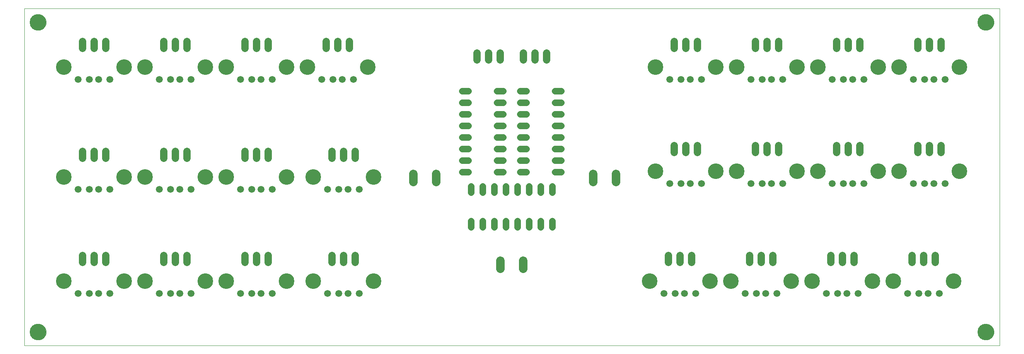
<source format=gbs>
G75*
%MOIN*%
%OFA0B0*%
%FSLAX25Y25*%
%IPPOS*%
%LPD*%
%AMOC8*
5,1,8,0,0,1.08239X$1,22.5*
%
%ADD10C,0.00000*%
%ADD11C,0.14180*%
%ADD12C,0.05600*%
%ADD13C,0.06400*%
%ADD14C,0.13455*%
%ADD15C,0.05943*%
%ADD16C,0.07450*%
%ADD17C,0.06337*%
D10*
X0001000Y0001000D02*
X0001000Y0292339D01*
X0841551Y0292339D01*
X0841551Y0001000D01*
X0001000Y0001000D01*
X0005921Y0012811D02*
X0005923Y0012980D01*
X0005929Y0013149D01*
X0005940Y0013318D01*
X0005954Y0013486D01*
X0005973Y0013654D01*
X0005996Y0013822D01*
X0006022Y0013989D01*
X0006053Y0014155D01*
X0006088Y0014321D01*
X0006127Y0014485D01*
X0006171Y0014649D01*
X0006218Y0014811D01*
X0006269Y0014972D01*
X0006324Y0015132D01*
X0006383Y0015291D01*
X0006445Y0015448D01*
X0006512Y0015603D01*
X0006583Y0015757D01*
X0006657Y0015909D01*
X0006735Y0016059D01*
X0006816Y0016207D01*
X0006901Y0016353D01*
X0006990Y0016497D01*
X0007082Y0016639D01*
X0007178Y0016778D01*
X0007277Y0016915D01*
X0007379Y0017050D01*
X0007485Y0017182D01*
X0007594Y0017311D01*
X0007706Y0017438D01*
X0007821Y0017562D01*
X0007939Y0017683D01*
X0008060Y0017801D01*
X0008184Y0017916D01*
X0008311Y0018028D01*
X0008440Y0018137D01*
X0008572Y0018243D01*
X0008707Y0018345D01*
X0008844Y0018444D01*
X0008983Y0018540D01*
X0009125Y0018632D01*
X0009269Y0018721D01*
X0009415Y0018806D01*
X0009563Y0018887D01*
X0009713Y0018965D01*
X0009865Y0019039D01*
X0010019Y0019110D01*
X0010174Y0019177D01*
X0010331Y0019239D01*
X0010490Y0019298D01*
X0010650Y0019353D01*
X0010811Y0019404D01*
X0010973Y0019451D01*
X0011137Y0019495D01*
X0011301Y0019534D01*
X0011467Y0019569D01*
X0011633Y0019600D01*
X0011800Y0019626D01*
X0011968Y0019649D01*
X0012136Y0019668D01*
X0012304Y0019682D01*
X0012473Y0019693D01*
X0012642Y0019699D01*
X0012811Y0019701D01*
X0012980Y0019699D01*
X0013149Y0019693D01*
X0013318Y0019682D01*
X0013486Y0019668D01*
X0013654Y0019649D01*
X0013822Y0019626D01*
X0013989Y0019600D01*
X0014155Y0019569D01*
X0014321Y0019534D01*
X0014485Y0019495D01*
X0014649Y0019451D01*
X0014811Y0019404D01*
X0014972Y0019353D01*
X0015132Y0019298D01*
X0015291Y0019239D01*
X0015448Y0019177D01*
X0015603Y0019110D01*
X0015757Y0019039D01*
X0015909Y0018965D01*
X0016059Y0018887D01*
X0016207Y0018806D01*
X0016353Y0018721D01*
X0016497Y0018632D01*
X0016639Y0018540D01*
X0016778Y0018444D01*
X0016915Y0018345D01*
X0017050Y0018243D01*
X0017182Y0018137D01*
X0017311Y0018028D01*
X0017438Y0017916D01*
X0017562Y0017801D01*
X0017683Y0017683D01*
X0017801Y0017562D01*
X0017916Y0017438D01*
X0018028Y0017311D01*
X0018137Y0017182D01*
X0018243Y0017050D01*
X0018345Y0016915D01*
X0018444Y0016778D01*
X0018540Y0016639D01*
X0018632Y0016497D01*
X0018721Y0016353D01*
X0018806Y0016207D01*
X0018887Y0016059D01*
X0018965Y0015909D01*
X0019039Y0015757D01*
X0019110Y0015603D01*
X0019177Y0015448D01*
X0019239Y0015291D01*
X0019298Y0015132D01*
X0019353Y0014972D01*
X0019404Y0014811D01*
X0019451Y0014649D01*
X0019495Y0014485D01*
X0019534Y0014321D01*
X0019569Y0014155D01*
X0019600Y0013989D01*
X0019626Y0013822D01*
X0019649Y0013654D01*
X0019668Y0013486D01*
X0019682Y0013318D01*
X0019693Y0013149D01*
X0019699Y0012980D01*
X0019701Y0012811D01*
X0019699Y0012642D01*
X0019693Y0012473D01*
X0019682Y0012304D01*
X0019668Y0012136D01*
X0019649Y0011968D01*
X0019626Y0011800D01*
X0019600Y0011633D01*
X0019569Y0011467D01*
X0019534Y0011301D01*
X0019495Y0011137D01*
X0019451Y0010973D01*
X0019404Y0010811D01*
X0019353Y0010650D01*
X0019298Y0010490D01*
X0019239Y0010331D01*
X0019177Y0010174D01*
X0019110Y0010019D01*
X0019039Y0009865D01*
X0018965Y0009713D01*
X0018887Y0009563D01*
X0018806Y0009415D01*
X0018721Y0009269D01*
X0018632Y0009125D01*
X0018540Y0008983D01*
X0018444Y0008844D01*
X0018345Y0008707D01*
X0018243Y0008572D01*
X0018137Y0008440D01*
X0018028Y0008311D01*
X0017916Y0008184D01*
X0017801Y0008060D01*
X0017683Y0007939D01*
X0017562Y0007821D01*
X0017438Y0007706D01*
X0017311Y0007594D01*
X0017182Y0007485D01*
X0017050Y0007379D01*
X0016915Y0007277D01*
X0016778Y0007178D01*
X0016639Y0007082D01*
X0016497Y0006990D01*
X0016353Y0006901D01*
X0016207Y0006816D01*
X0016059Y0006735D01*
X0015909Y0006657D01*
X0015757Y0006583D01*
X0015603Y0006512D01*
X0015448Y0006445D01*
X0015291Y0006383D01*
X0015132Y0006324D01*
X0014972Y0006269D01*
X0014811Y0006218D01*
X0014649Y0006171D01*
X0014485Y0006127D01*
X0014321Y0006088D01*
X0014155Y0006053D01*
X0013989Y0006022D01*
X0013822Y0005996D01*
X0013654Y0005973D01*
X0013486Y0005954D01*
X0013318Y0005940D01*
X0013149Y0005929D01*
X0012980Y0005923D01*
X0012811Y0005921D01*
X0012642Y0005923D01*
X0012473Y0005929D01*
X0012304Y0005940D01*
X0012136Y0005954D01*
X0011968Y0005973D01*
X0011800Y0005996D01*
X0011633Y0006022D01*
X0011467Y0006053D01*
X0011301Y0006088D01*
X0011137Y0006127D01*
X0010973Y0006171D01*
X0010811Y0006218D01*
X0010650Y0006269D01*
X0010490Y0006324D01*
X0010331Y0006383D01*
X0010174Y0006445D01*
X0010019Y0006512D01*
X0009865Y0006583D01*
X0009713Y0006657D01*
X0009563Y0006735D01*
X0009415Y0006816D01*
X0009269Y0006901D01*
X0009125Y0006990D01*
X0008983Y0007082D01*
X0008844Y0007178D01*
X0008707Y0007277D01*
X0008572Y0007379D01*
X0008440Y0007485D01*
X0008311Y0007594D01*
X0008184Y0007706D01*
X0008060Y0007821D01*
X0007939Y0007939D01*
X0007821Y0008060D01*
X0007706Y0008184D01*
X0007594Y0008311D01*
X0007485Y0008440D01*
X0007379Y0008572D01*
X0007277Y0008707D01*
X0007178Y0008844D01*
X0007082Y0008983D01*
X0006990Y0009125D01*
X0006901Y0009269D01*
X0006816Y0009415D01*
X0006735Y0009563D01*
X0006657Y0009713D01*
X0006583Y0009865D01*
X0006512Y0010019D01*
X0006445Y0010174D01*
X0006383Y0010331D01*
X0006324Y0010490D01*
X0006269Y0010650D01*
X0006218Y0010811D01*
X0006171Y0010973D01*
X0006127Y0011137D01*
X0006088Y0011301D01*
X0006053Y0011467D01*
X0006022Y0011633D01*
X0005996Y0011800D01*
X0005973Y0011968D01*
X0005954Y0012136D01*
X0005940Y0012304D01*
X0005929Y0012473D01*
X0005923Y0012642D01*
X0005921Y0012811D01*
X0005921Y0280528D02*
X0005923Y0280697D01*
X0005929Y0280866D01*
X0005940Y0281035D01*
X0005954Y0281203D01*
X0005973Y0281371D01*
X0005996Y0281539D01*
X0006022Y0281706D01*
X0006053Y0281872D01*
X0006088Y0282038D01*
X0006127Y0282202D01*
X0006171Y0282366D01*
X0006218Y0282528D01*
X0006269Y0282689D01*
X0006324Y0282849D01*
X0006383Y0283008D01*
X0006445Y0283165D01*
X0006512Y0283320D01*
X0006583Y0283474D01*
X0006657Y0283626D01*
X0006735Y0283776D01*
X0006816Y0283924D01*
X0006901Y0284070D01*
X0006990Y0284214D01*
X0007082Y0284356D01*
X0007178Y0284495D01*
X0007277Y0284632D01*
X0007379Y0284767D01*
X0007485Y0284899D01*
X0007594Y0285028D01*
X0007706Y0285155D01*
X0007821Y0285279D01*
X0007939Y0285400D01*
X0008060Y0285518D01*
X0008184Y0285633D01*
X0008311Y0285745D01*
X0008440Y0285854D01*
X0008572Y0285960D01*
X0008707Y0286062D01*
X0008844Y0286161D01*
X0008983Y0286257D01*
X0009125Y0286349D01*
X0009269Y0286438D01*
X0009415Y0286523D01*
X0009563Y0286604D01*
X0009713Y0286682D01*
X0009865Y0286756D01*
X0010019Y0286827D01*
X0010174Y0286894D01*
X0010331Y0286956D01*
X0010490Y0287015D01*
X0010650Y0287070D01*
X0010811Y0287121D01*
X0010973Y0287168D01*
X0011137Y0287212D01*
X0011301Y0287251D01*
X0011467Y0287286D01*
X0011633Y0287317D01*
X0011800Y0287343D01*
X0011968Y0287366D01*
X0012136Y0287385D01*
X0012304Y0287399D01*
X0012473Y0287410D01*
X0012642Y0287416D01*
X0012811Y0287418D01*
X0012980Y0287416D01*
X0013149Y0287410D01*
X0013318Y0287399D01*
X0013486Y0287385D01*
X0013654Y0287366D01*
X0013822Y0287343D01*
X0013989Y0287317D01*
X0014155Y0287286D01*
X0014321Y0287251D01*
X0014485Y0287212D01*
X0014649Y0287168D01*
X0014811Y0287121D01*
X0014972Y0287070D01*
X0015132Y0287015D01*
X0015291Y0286956D01*
X0015448Y0286894D01*
X0015603Y0286827D01*
X0015757Y0286756D01*
X0015909Y0286682D01*
X0016059Y0286604D01*
X0016207Y0286523D01*
X0016353Y0286438D01*
X0016497Y0286349D01*
X0016639Y0286257D01*
X0016778Y0286161D01*
X0016915Y0286062D01*
X0017050Y0285960D01*
X0017182Y0285854D01*
X0017311Y0285745D01*
X0017438Y0285633D01*
X0017562Y0285518D01*
X0017683Y0285400D01*
X0017801Y0285279D01*
X0017916Y0285155D01*
X0018028Y0285028D01*
X0018137Y0284899D01*
X0018243Y0284767D01*
X0018345Y0284632D01*
X0018444Y0284495D01*
X0018540Y0284356D01*
X0018632Y0284214D01*
X0018721Y0284070D01*
X0018806Y0283924D01*
X0018887Y0283776D01*
X0018965Y0283626D01*
X0019039Y0283474D01*
X0019110Y0283320D01*
X0019177Y0283165D01*
X0019239Y0283008D01*
X0019298Y0282849D01*
X0019353Y0282689D01*
X0019404Y0282528D01*
X0019451Y0282366D01*
X0019495Y0282202D01*
X0019534Y0282038D01*
X0019569Y0281872D01*
X0019600Y0281706D01*
X0019626Y0281539D01*
X0019649Y0281371D01*
X0019668Y0281203D01*
X0019682Y0281035D01*
X0019693Y0280866D01*
X0019699Y0280697D01*
X0019701Y0280528D01*
X0019699Y0280359D01*
X0019693Y0280190D01*
X0019682Y0280021D01*
X0019668Y0279853D01*
X0019649Y0279685D01*
X0019626Y0279517D01*
X0019600Y0279350D01*
X0019569Y0279184D01*
X0019534Y0279018D01*
X0019495Y0278854D01*
X0019451Y0278690D01*
X0019404Y0278528D01*
X0019353Y0278367D01*
X0019298Y0278207D01*
X0019239Y0278048D01*
X0019177Y0277891D01*
X0019110Y0277736D01*
X0019039Y0277582D01*
X0018965Y0277430D01*
X0018887Y0277280D01*
X0018806Y0277132D01*
X0018721Y0276986D01*
X0018632Y0276842D01*
X0018540Y0276700D01*
X0018444Y0276561D01*
X0018345Y0276424D01*
X0018243Y0276289D01*
X0018137Y0276157D01*
X0018028Y0276028D01*
X0017916Y0275901D01*
X0017801Y0275777D01*
X0017683Y0275656D01*
X0017562Y0275538D01*
X0017438Y0275423D01*
X0017311Y0275311D01*
X0017182Y0275202D01*
X0017050Y0275096D01*
X0016915Y0274994D01*
X0016778Y0274895D01*
X0016639Y0274799D01*
X0016497Y0274707D01*
X0016353Y0274618D01*
X0016207Y0274533D01*
X0016059Y0274452D01*
X0015909Y0274374D01*
X0015757Y0274300D01*
X0015603Y0274229D01*
X0015448Y0274162D01*
X0015291Y0274100D01*
X0015132Y0274041D01*
X0014972Y0273986D01*
X0014811Y0273935D01*
X0014649Y0273888D01*
X0014485Y0273844D01*
X0014321Y0273805D01*
X0014155Y0273770D01*
X0013989Y0273739D01*
X0013822Y0273713D01*
X0013654Y0273690D01*
X0013486Y0273671D01*
X0013318Y0273657D01*
X0013149Y0273646D01*
X0012980Y0273640D01*
X0012811Y0273638D01*
X0012642Y0273640D01*
X0012473Y0273646D01*
X0012304Y0273657D01*
X0012136Y0273671D01*
X0011968Y0273690D01*
X0011800Y0273713D01*
X0011633Y0273739D01*
X0011467Y0273770D01*
X0011301Y0273805D01*
X0011137Y0273844D01*
X0010973Y0273888D01*
X0010811Y0273935D01*
X0010650Y0273986D01*
X0010490Y0274041D01*
X0010331Y0274100D01*
X0010174Y0274162D01*
X0010019Y0274229D01*
X0009865Y0274300D01*
X0009713Y0274374D01*
X0009563Y0274452D01*
X0009415Y0274533D01*
X0009269Y0274618D01*
X0009125Y0274707D01*
X0008983Y0274799D01*
X0008844Y0274895D01*
X0008707Y0274994D01*
X0008572Y0275096D01*
X0008440Y0275202D01*
X0008311Y0275311D01*
X0008184Y0275423D01*
X0008060Y0275538D01*
X0007939Y0275656D01*
X0007821Y0275777D01*
X0007706Y0275901D01*
X0007594Y0276028D01*
X0007485Y0276157D01*
X0007379Y0276289D01*
X0007277Y0276424D01*
X0007178Y0276561D01*
X0007082Y0276700D01*
X0006990Y0276842D01*
X0006901Y0276986D01*
X0006816Y0277132D01*
X0006735Y0277280D01*
X0006657Y0277430D01*
X0006583Y0277582D01*
X0006512Y0277736D01*
X0006445Y0277891D01*
X0006383Y0278048D01*
X0006324Y0278207D01*
X0006269Y0278367D01*
X0006218Y0278528D01*
X0006171Y0278690D01*
X0006127Y0278854D01*
X0006088Y0279018D01*
X0006053Y0279184D01*
X0006022Y0279350D01*
X0005996Y0279517D01*
X0005973Y0279685D01*
X0005954Y0279853D01*
X0005940Y0280021D01*
X0005929Y0280190D01*
X0005923Y0280359D01*
X0005921Y0280528D01*
X0822850Y0280528D02*
X0822852Y0280697D01*
X0822858Y0280866D01*
X0822869Y0281035D01*
X0822883Y0281203D01*
X0822902Y0281371D01*
X0822925Y0281539D01*
X0822951Y0281706D01*
X0822982Y0281872D01*
X0823017Y0282038D01*
X0823056Y0282202D01*
X0823100Y0282366D01*
X0823147Y0282528D01*
X0823198Y0282689D01*
X0823253Y0282849D01*
X0823312Y0283008D01*
X0823374Y0283165D01*
X0823441Y0283320D01*
X0823512Y0283474D01*
X0823586Y0283626D01*
X0823664Y0283776D01*
X0823745Y0283924D01*
X0823830Y0284070D01*
X0823919Y0284214D01*
X0824011Y0284356D01*
X0824107Y0284495D01*
X0824206Y0284632D01*
X0824308Y0284767D01*
X0824414Y0284899D01*
X0824523Y0285028D01*
X0824635Y0285155D01*
X0824750Y0285279D01*
X0824868Y0285400D01*
X0824989Y0285518D01*
X0825113Y0285633D01*
X0825240Y0285745D01*
X0825369Y0285854D01*
X0825501Y0285960D01*
X0825636Y0286062D01*
X0825773Y0286161D01*
X0825912Y0286257D01*
X0826054Y0286349D01*
X0826198Y0286438D01*
X0826344Y0286523D01*
X0826492Y0286604D01*
X0826642Y0286682D01*
X0826794Y0286756D01*
X0826948Y0286827D01*
X0827103Y0286894D01*
X0827260Y0286956D01*
X0827419Y0287015D01*
X0827579Y0287070D01*
X0827740Y0287121D01*
X0827902Y0287168D01*
X0828066Y0287212D01*
X0828230Y0287251D01*
X0828396Y0287286D01*
X0828562Y0287317D01*
X0828729Y0287343D01*
X0828897Y0287366D01*
X0829065Y0287385D01*
X0829233Y0287399D01*
X0829402Y0287410D01*
X0829571Y0287416D01*
X0829740Y0287418D01*
X0829909Y0287416D01*
X0830078Y0287410D01*
X0830247Y0287399D01*
X0830415Y0287385D01*
X0830583Y0287366D01*
X0830751Y0287343D01*
X0830918Y0287317D01*
X0831084Y0287286D01*
X0831250Y0287251D01*
X0831414Y0287212D01*
X0831578Y0287168D01*
X0831740Y0287121D01*
X0831901Y0287070D01*
X0832061Y0287015D01*
X0832220Y0286956D01*
X0832377Y0286894D01*
X0832532Y0286827D01*
X0832686Y0286756D01*
X0832838Y0286682D01*
X0832988Y0286604D01*
X0833136Y0286523D01*
X0833282Y0286438D01*
X0833426Y0286349D01*
X0833568Y0286257D01*
X0833707Y0286161D01*
X0833844Y0286062D01*
X0833979Y0285960D01*
X0834111Y0285854D01*
X0834240Y0285745D01*
X0834367Y0285633D01*
X0834491Y0285518D01*
X0834612Y0285400D01*
X0834730Y0285279D01*
X0834845Y0285155D01*
X0834957Y0285028D01*
X0835066Y0284899D01*
X0835172Y0284767D01*
X0835274Y0284632D01*
X0835373Y0284495D01*
X0835469Y0284356D01*
X0835561Y0284214D01*
X0835650Y0284070D01*
X0835735Y0283924D01*
X0835816Y0283776D01*
X0835894Y0283626D01*
X0835968Y0283474D01*
X0836039Y0283320D01*
X0836106Y0283165D01*
X0836168Y0283008D01*
X0836227Y0282849D01*
X0836282Y0282689D01*
X0836333Y0282528D01*
X0836380Y0282366D01*
X0836424Y0282202D01*
X0836463Y0282038D01*
X0836498Y0281872D01*
X0836529Y0281706D01*
X0836555Y0281539D01*
X0836578Y0281371D01*
X0836597Y0281203D01*
X0836611Y0281035D01*
X0836622Y0280866D01*
X0836628Y0280697D01*
X0836630Y0280528D01*
X0836628Y0280359D01*
X0836622Y0280190D01*
X0836611Y0280021D01*
X0836597Y0279853D01*
X0836578Y0279685D01*
X0836555Y0279517D01*
X0836529Y0279350D01*
X0836498Y0279184D01*
X0836463Y0279018D01*
X0836424Y0278854D01*
X0836380Y0278690D01*
X0836333Y0278528D01*
X0836282Y0278367D01*
X0836227Y0278207D01*
X0836168Y0278048D01*
X0836106Y0277891D01*
X0836039Y0277736D01*
X0835968Y0277582D01*
X0835894Y0277430D01*
X0835816Y0277280D01*
X0835735Y0277132D01*
X0835650Y0276986D01*
X0835561Y0276842D01*
X0835469Y0276700D01*
X0835373Y0276561D01*
X0835274Y0276424D01*
X0835172Y0276289D01*
X0835066Y0276157D01*
X0834957Y0276028D01*
X0834845Y0275901D01*
X0834730Y0275777D01*
X0834612Y0275656D01*
X0834491Y0275538D01*
X0834367Y0275423D01*
X0834240Y0275311D01*
X0834111Y0275202D01*
X0833979Y0275096D01*
X0833844Y0274994D01*
X0833707Y0274895D01*
X0833568Y0274799D01*
X0833426Y0274707D01*
X0833282Y0274618D01*
X0833136Y0274533D01*
X0832988Y0274452D01*
X0832838Y0274374D01*
X0832686Y0274300D01*
X0832532Y0274229D01*
X0832377Y0274162D01*
X0832220Y0274100D01*
X0832061Y0274041D01*
X0831901Y0273986D01*
X0831740Y0273935D01*
X0831578Y0273888D01*
X0831414Y0273844D01*
X0831250Y0273805D01*
X0831084Y0273770D01*
X0830918Y0273739D01*
X0830751Y0273713D01*
X0830583Y0273690D01*
X0830415Y0273671D01*
X0830247Y0273657D01*
X0830078Y0273646D01*
X0829909Y0273640D01*
X0829740Y0273638D01*
X0829571Y0273640D01*
X0829402Y0273646D01*
X0829233Y0273657D01*
X0829065Y0273671D01*
X0828897Y0273690D01*
X0828729Y0273713D01*
X0828562Y0273739D01*
X0828396Y0273770D01*
X0828230Y0273805D01*
X0828066Y0273844D01*
X0827902Y0273888D01*
X0827740Y0273935D01*
X0827579Y0273986D01*
X0827419Y0274041D01*
X0827260Y0274100D01*
X0827103Y0274162D01*
X0826948Y0274229D01*
X0826794Y0274300D01*
X0826642Y0274374D01*
X0826492Y0274452D01*
X0826344Y0274533D01*
X0826198Y0274618D01*
X0826054Y0274707D01*
X0825912Y0274799D01*
X0825773Y0274895D01*
X0825636Y0274994D01*
X0825501Y0275096D01*
X0825369Y0275202D01*
X0825240Y0275311D01*
X0825113Y0275423D01*
X0824989Y0275538D01*
X0824868Y0275656D01*
X0824750Y0275777D01*
X0824635Y0275901D01*
X0824523Y0276028D01*
X0824414Y0276157D01*
X0824308Y0276289D01*
X0824206Y0276424D01*
X0824107Y0276561D01*
X0824011Y0276700D01*
X0823919Y0276842D01*
X0823830Y0276986D01*
X0823745Y0277132D01*
X0823664Y0277280D01*
X0823586Y0277430D01*
X0823512Y0277582D01*
X0823441Y0277736D01*
X0823374Y0277891D01*
X0823312Y0278048D01*
X0823253Y0278207D01*
X0823198Y0278367D01*
X0823147Y0278528D01*
X0823100Y0278690D01*
X0823056Y0278854D01*
X0823017Y0279018D01*
X0822982Y0279184D01*
X0822951Y0279350D01*
X0822925Y0279517D01*
X0822902Y0279685D01*
X0822883Y0279853D01*
X0822869Y0280021D01*
X0822858Y0280190D01*
X0822852Y0280359D01*
X0822850Y0280528D01*
X0822850Y0012811D02*
X0822852Y0012980D01*
X0822858Y0013149D01*
X0822869Y0013318D01*
X0822883Y0013486D01*
X0822902Y0013654D01*
X0822925Y0013822D01*
X0822951Y0013989D01*
X0822982Y0014155D01*
X0823017Y0014321D01*
X0823056Y0014485D01*
X0823100Y0014649D01*
X0823147Y0014811D01*
X0823198Y0014972D01*
X0823253Y0015132D01*
X0823312Y0015291D01*
X0823374Y0015448D01*
X0823441Y0015603D01*
X0823512Y0015757D01*
X0823586Y0015909D01*
X0823664Y0016059D01*
X0823745Y0016207D01*
X0823830Y0016353D01*
X0823919Y0016497D01*
X0824011Y0016639D01*
X0824107Y0016778D01*
X0824206Y0016915D01*
X0824308Y0017050D01*
X0824414Y0017182D01*
X0824523Y0017311D01*
X0824635Y0017438D01*
X0824750Y0017562D01*
X0824868Y0017683D01*
X0824989Y0017801D01*
X0825113Y0017916D01*
X0825240Y0018028D01*
X0825369Y0018137D01*
X0825501Y0018243D01*
X0825636Y0018345D01*
X0825773Y0018444D01*
X0825912Y0018540D01*
X0826054Y0018632D01*
X0826198Y0018721D01*
X0826344Y0018806D01*
X0826492Y0018887D01*
X0826642Y0018965D01*
X0826794Y0019039D01*
X0826948Y0019110D01*
X0827103Y0019177D01*
X0827260Y0019239D01*
X0827419Y0019298D01*
X0827579Y0019353D01*
X0827740Y0019404D01*
X0827902Y0019451D01*
X0828066Y0019495D01*
X0828230Y0019534D01*
X0828396Y0019569D01*
X0828562Y0019600D01*
X0828729Y0019626D01*
X0828897Y0019649D01*
X0829065Y0019668D01*
X0829233Y0019682D01*
X0829402Y0019693D01*
X0829571Y0019699D01*
X0829740Y0019701D01*
X0829909Y0019699D01*
X0830078Y0019693D01*
X0830247Y0019682D01*
X0830415Y0019668D01*
X0830583Y0019649D01*
X0830751Y0019626D01*
X0830918Y0019600D01*
X0831084Y0019569D01*
X0831250Y0019534D01*
X0831414Y0019495D01*
X0831578Y0019451D01*
X0831740Y0019404D01*
X0831901Y0019353D01*
X0832061Y0019298D01*
X0832220Y0019239D01*
X0832377Y0019177D01*
X0832532Y0019110D01*
X0832686Y0019039D01*
X0832838Y0018965D01*
X0832988Y0018887D01*
X0833136Y0018806D01*
X0833282Y0018721D01*
X0833426Y0018632D01*
X0833568Y0018540D01*
X0833707Y0018444D01*
X0833844Y0018345D01*
X0833979Y0018243D01*
X0834111Y0018137D01*
X0834240Y0018028D01*
X0834367Y0017916D01*
X0834491Y0017801D01*
X0834612Y0017683D01*
X0834730Y0017562D01*
X0834845Y0017438D01*
X0834957Y0017311D01*
X0835066Y0017182D01*
X0835172Y0017050D01*
X0835274Y0016915D01*
X0835373Y0016778D01*
X0835469Y0016639D01*
X0835561Y0016497D01*
X0835650Y0016353D01*
X0835735Y0016207D01*
X0835816Y0016059D01*
X0835894Y0015909D01*
X0835968Y0015757D01*
X0836039Y0015603D01*
X0836106Y0015448D01*
X0836168Y0015291D01*
X0836227Y0015132D01*
X0836282Y0014972D01*
X0836333Y0014811D01*
X0836380Y0014649D01*
X0836424Y0014485D01*
X0836463Y0014321D01*
X0836498Y0014155D01*
X0836529Y0013989D01*
X0836555Y0013822D01*
X0836578Y0013654D01*
X0836597Y0013486D01*
X0836611Y0013318D01*
X0836622Y0013149D01*
X0836628Y0012980D01*
X0836630Y0012811D01*
X0836628Y0012642D01*
X0836622Y0012473D01*
X0836611Y0012304D01*
X0836597Y0012136D01*
X0836578Y0011968D01*
X0836555Y0011800D01*
X0836529Y0011633D01*
X0836498Y0011467D01*
X0836463Y0011301D01*
X0836424Y0011137D01*
X0836380Y0010973D01*
X0836333Y0010811D01*
X0836282Y0010650D01*
X0836227Y0010490D01*
X0836168Y0010331D01*
X0836106Y0010174D01*
X0836039Y0010019D01*
X0835968Y0009865D01*
X0835894Y0009713D01*
X0835816Y0009563D01*
X0835735Y0009415D01*
X0835650Y0009269D01*
X0835561Y0009125D01*
X0835469Y0008983D01*
X0835373Y0008844D01*
X0835274Y0008707D01*
X0835172Y0008572D01*
X0835066Y0008440D01*
X0834957Y0008311D01*
X0834845Y0008184D01*
X0834730Y0008060D01*
X0834612Y0007939D01*
X0834491Y0007821D01*
X0834367Y0007706D01*
X0834240Y0007594D01*
X0834111Y0007485D01*
X0833979Y0007379D01*
X0833844Y0007277D01*
X0833707Y0007178D01*
X0833568Y0007082D01*
X0833426Y0006990D01*
X0833282Y0006901D01*
X0833136Y0006816D01*
X0832988Y0006735D01*
X0832838Y0006657D01*
X0832686Y0006583D01*
X0832532Y0006512D01*
X0832377Y0006445D01*
X0832220Y0006383D01*
X0832061Y0006324D01*
X0831901Y0006269D01*
X0831740Y0006218D01*
X0831578Y0006171D01*
X0831414Y0006127D01*
X0831250Y0006088D01*
X0831084Y0006053D01*
X0830918Y0006022D01*
X0830751Y0005996D01*
X0830583Y0005973D01*
X0830415Y0005954D01*
X0830247Y0005940D01*
X0830078Y0005929D01*
X0829909Y0005923D01*
X0829740Y0005921D01*
X0829571Y0005923D01*
X0829402Y0005929D01*
X0829233Y0005940D01*
X0829065Y0005954D01*
X0828897Y0005973D01*
X0828729Y0005996D01*
X0828562Y0006022D01*
X0828396Y0006053D01*
X0828230Y0006088D01*
X0828066Y0006127D01*
X0827902Y0006171D01*
X0827740Y0006218D01*
X0827579Y0006269D01*
X0827419Y0006324D01*
X0827260Y0006383D01*
X0827103Y0006445D01*
X0826948Y0006512D01*
X0826794Y0006583D01*
X0826642Y0006657D01*
X0826492Y0006735D01*
X0826344Y0006816D01*
X0826198Y0006901D01*
X0826054Y0006990D01*
X0825912Y0007082D01*
X0825773Y0007178D01*
X0825636Y0007277D01*
X0825501Y0007379D01*
X0825369Y0007485D01*
X0825240Y0007594D01*
X0825113Y0007706D01*
X0824989Y0007821D01*
X0824868Y0007939D01*
X0824750Y0008060D01*
X0824635Y0008184D01*
X0824523Y0008311D01*
X0824414Y0008440D01*
X0824308Y0008572D01*
X0824206Y0008707D01*
X0824107Y0008844D01*
X0824011Y0008983D01*
X0823919Y0009125D01*
X0823830Y0009269D01*
X0823745Y0009415D01*
X0823664Y0009563D01*
X0823586Y0009713D01*
X0823512Y0009865D01*
X0823441Y0010019D01*
X0823374Y0010174D01*
X0823312Y0010331D01*
X0823253Y0010490D01*
X0823198Y0010650D01*
X0823147Y0010811D01*
X0823100Y0010973D01*
X0823056Y0011137D01*
X0823017Y0011301D01*
X0822982Y0011467D01*
X0822951Y0011633D01*
X0822925Y0011800D01*
X0822902Y0011968D01*
X0822883Y0012136D01*
X0822869Y0012304D01*
X0822858Y0012473D01*
X0822852Y0012642D01*
X0822850Y0012811D01*
D11*
X0829740Y0012811D03*
X0829740Y0280528D03*
X0012811Y0280528D03*
X0012811Y0012811D03*
D12*
X0386000Y0103400D02*
X0386000Y0108600D01*
X0396000Y0108600D02*
X0396000Y0103400D01*
X0406000Y0103400D02*
X0406000Y0108600D01*
X0416000Y0108600D02*
X0416000Y0103400D01*
X0426000Y0103400D02*
X0426000Y0108600D01*
X0436000Y0108600D02*
X0436000Y0103400D01*
X0446000Y0103400D02*
X0446000Y0108600D01*
X0456000Y0108600D02*
X0456000Y0103400D01*
X0456000Y0133400D02*
X0456000Y0138600D01*
X0446000Y0138600D02*
X0446000Y0133400D01*
X0436000Y0133400D02*
X0436000Y0138600D01*
X0426000Y0138600D02*
X0426000Y0133400D01*
X0416000Y0133400D02*
X0416000Y0138600D01*
X0406000Y0138600D02*
X0406000Y0133400D01*
X0396000Y0133400D02*
X0396000Y0138600D01*
X0386000Y0138600D02*
X0386000Y0133400D01*
X0383600Y0151000D02*
X0378400Y0151000D01*
X0378400Y0161000D02*
X0383600Y0161000D01*
X0408400Y0161000D02*
X0413600Y0161000D01*
X0428400Y0161000D02*
X0433600Y0161000D01*
X0433600Y0151000D02*
X0428400Y0151000D01*
X0413600Y0151000D02*
X0408400Y0151000D01*
X0458400Y0151000D02*
X0463600Y0151000D01*
X0463600Y0161000D02*
X0458400Y0161000D01*
X0458400Y0171000D02*
X0463600Y0171000D01*
X0463600Y0181000D02*
X0458400Y0181000D01*
X0433600Y0181000D02*
X0428400Y0181000D01*
X0413600Y0181000D02*
X0408400Y0181000D01*
X0408400Y0171000D02*
X0413600Y0171000D01*
X0428400Y0171000D02*
X0433600Y0171000D01*
X0383600Y0171000D02*
X0378400Y0171000D01*
X0378400Y0181000D02*
X0383600Y0181000D01*
X0383600Y0191000D02*
X0378400Y0191000D01*
X0378400Y0201000D02*
X0383600Y0201000D01*
X0383600Y0211000D02*
X0378400Y0211000D01*
X0378400Y0221000D02*
X0383600Y0221000D01*
X0408400Y0221000D02*
X0413600Y0221000D01*
X0428400Y0221000D02*
X0433600Y0221000D01*
X0458400Y0221000D02*
X0463600Y0221000D01*
X0463600Y0211000D02*
X0458400Y0211000D01*
X0458400Y0201000D02*
X0463600Y0201000D01*
X0463600Y0191000D02*
X0458400Y0191000D01*
X0433600Y0191000D02*
X0428400Y0191000D01*
X0413600Y0191000D02*
X0408400Y0191000D01*
X0408400Y0201000D02*
X0413600Y0201000D01*
X0428400Y0201000D02*
X0433600Y0201000D01*
X0433600Y0211000D02*
X0428400Y0211000D01*
X0413600Y0211000D02*
X0408400Y0211000D01*
D13*
X0286000Y0169000D02*
X0286000Y0163000D01*
X0276000Y0163000D02*
X0276000Y0169000D01*
X0266000Y0169000D02*
X0266000Y0163000D01*
X0211000Y0163000D02*
X0211000Y0169000D01*
X0201000Y0169000D02*
X0201000Y0163000D01*
X0191000Y0163000D02*
X0191000Y0169000D01*
X0141000Y0169000D02*
X0141000Y0163000D01*
X0131000Y0163000D02*
X0131000Y0169000D01*
X0121000Y0169000D02*
X0121000Y0163000D01*
X0071000Y0163000D02*
X0071000Y0169000D01*
X0061000Y0169000D02*
X0061000Y0163000D01*
X0051000Y0163000D02*
X0051000Y0169000D01*
X0051000Y0258000D02*
X0051000Y0264000D01*
X0061000Y0264000D02*
X0061000Y0258000D01*
X0071000Y0258000D02*
X0071000Y0264000D01*
X0121000Y0264000D02*
X0121000Y0258000D01*
X0131000Y0258000D02*
X0131000Y0264000D01*
X0141000Y0264000D02*
X0141000Y0258000D01*
X0191000Y0258000D02*
X0191000Y0264000D01*
X0201000Y0264000D02*
X0201000Y0258000D01*
X0211000Y0258000D02*
X0211000Y0264000D01*
X0261000Y0264000D02*
X0261000Y0258000D01*
X0271000Y0258000D02*
X0271000Y0264000D01*
X0281000Y0264000D02*
X0281000Y0258000D01*
X0561000Y0258000D02*
X0561000Y0264000D01*
X0571000Y0264000D02*
X0571000Y0258000D01*
X0581000Y0258000D02*
X0581000Y0264000D01*
X0631000Y0264000D02*
X0631000Y0258000D01*
X0641000Y0258000D02*
X0641000Y0264000D01*
X0651000Y0264000D02*
X0651000Y0258000D01*
X0701000Y0258000D02*
X0701000Y0264000D01*
X0711000Y0264000D02*
X0711000Y0258000D01*
X0721000Y0258000D02*
X0721000Y0264000D01*
X0771000Y0264000D02*
X0771000Y0258000D01*
X0781000Y0258000D02*
X0781000Y0264000D01*
X0791000Y0264000D02*
X0791000Y0258000D01*
X0791000Y0174000D02*
X0791000Y0168000D01*
X0781000Y0168000D02*
X0781000Y0174000D01*
X0771000Y0174000D02*
X0771000Y0168000D01*
X0721000Y0168000D02*
X0721000Y0174000D01*
X0711000Y0174000D02*
X0711000Y0168000D01*
X0701000Y0168000D02*
X0701000Y0174000D01*
X0651000Y0174000D02*
X0651000Y0168000D01*
X0641000Y0168000D02*
X0641000Y0174000D01*
X0631000Y0174000D02*
X0631000Y0168000D01*
X0581000Y0168000D02*
X0581000Y0174000D01*
X0571000Y0174000D02*
X0571000Y0168000D01*
X0561000Y0168000D02*
X0561000Y0174000D01*
X0556000Y0079000D02*
X0556000Y0073000D01*
X0566000Y0073000D02*
X0566000Y0079000D01*
X0576000Y0079000D02*
X0576000Y0073000D01*
X0626000Y0073000D02*
X0626000Y0079000D01*
X0636000Y0079000D02*
X0636000Y0073000D01*
X0646000Y0073000D02*
X0646000Y0079000D01*
X0696000Y0079000D02*
X0696000Y0073000D01*
X0706000Y0073000D02*
X0706000Y0079000D01*
X0716000Y0079000D02*
X0716000Y0073000D01*
X0766000Y0073000D02*
X0766000Y0079000D01*
X0776000Y0079000D02*
X0776000Y0073000D01*
X0786000Y0073000D02*
X0786000Y0079000D01*
X0286000Y0079000D02*
X0286000Y0073000D01*
X0276000Y0073000D02*
X0276000Y0079000D01*
X0266000Y0079000D02*
X0266000Y0073000D01*
X0211000Y0073000D02*
X0211000Y0079000D01*
X0201000Y0079000D02*
X0201000Y0073000D01*
X0191000Y0073000D02*
X0191000Y0079000D01*
X0141000Y0079000D02*
X0141000Y0073000D01*
X0131000Y0073000D02*
X0131000Y0079000D01*
X0121000Y0079000D02*
X0121000Y0073000D01*
X0071000Y0073000D02*
X0071000Y0079000D01*
X0061000Y0079000D02*
X0061000Y0073000D01*
X0051000Y0073000D02*
X0051000Y0079000D01*
D14*
X0035134Y0056669D03*
X0086866Y0056669D03*
X0105134Y0056669D03*
X0156866Y0056669D03*
X0175134Y0056669D03*
X0226866Y0056669D03*
X0250134Y0056669D03*
X0301866Y0056669D03*
X0540134Y0056669D03*
X0591866Y0056669D03*
X0610134Y0056669D03*
X0661866Y0056669D03*
X0680134Y0056669D03*
X0731866Y0056669D03*
X0750134Y0056669D03*
X0801866Y0056669D03*
X0806866Y0151669D03*
X0755134Y0151669D03*
X0736866Y0151669D03*
X0685134Y0151669D03*
X0666866Y0151669D03*
X0615134Y0151669D03*
X0596866Y0151669D03*
X0545134Y0151669D03*
X0301866Y0146669D03*
X0250134Y0146669D03*
X0226866Y0146669D03*
X0175134Y0146669D03*
X0156866Y0146669D03*
X0105134Y0146669D03*
X0086866Y0146669D03*
X0035134Y0146669D03*
X0035134Y0241669D03*
X0086866Y0241669D03*
X0105134Y0241669D03*
X0156866Y0241669D03*
X0175134Y0241669D03*
X0226866Y0241669D03*
X0245134Y0241669D03*
X0296866Y0241669D03*
X0545134Y0241669D03*
X0596866Y0241669D03*
X0615134Y0241669D03*
X0666866Y0241669D03*
X0685134Y0241669D03*
X0736866Y0241669D03*
X0755134Y0241669D03*
X0806866Y0241669D03*
D15*
X0794780Y0231000D03*
X0784937Y0231000D03*
X0777063Y0231000D03*
X0767220Y0231000D03*
X0724780Y0231000D03*
X0714937Y0231000D03*
X0707063Y0231000D03*
X0697220Y0231000D03*
X0654780Y0231000D03*
X0644937Y0231000D03*
X0637063Y0231000D03*
X0627220Y0231000D03*
X0584780Y0231000D03*
X0574937Y0231000D03*
X0567063Y0231000D03*
X0557220Y0231000D03*
X0557220Y0141000D03*
X0567063Y0141000D03*
X0574937Y0141000D03*
X0584780Y0141000D03*
X0627220Y0141000D03*
X0637063Y0141000D03*
X0644937Y0141000D03*
X0654780Y0141000D03*
X0697220Y0141000D03*
X0707063Y0141000D03*
X0714937Y0141000D03*
X0724780Y0141000D03*
X0767220Y0141000D03*
X0777063Y0141000D03*
X0784937Y0141000D03*
X0794780Y0141000D03*
X0789780Y0046000D03*
X0779937Y0046000D03*
X0772063Y0046000D03*
X0762220Y0046000D03*
X0719780Y0046000D03*
X0709937Y0046000D03*
X0702063Y0046000D03*
X0692220Y0046000D03*
X0649780Y0046000D03*
X0639937Y0046000D03*
X0632063Y0046000D03*
X0622220Y0046000D03*
X0579780Y0046000D03*
X0569937Y0046000D03*
X0562063Y0046000D03*
X0552220Y0046000D03*
X0289780Y0046000D03*
X0279937Y0046000D03*
X0272063Y0046000D03*
X0262220Y0046000D03*
X0214780Y0046000D03*
X0204937Y0046000D03*
X0197063Y0046000D03*
X0187220Y0046000D03*
X0144780Y0046000D03*
X0134937Y0046000D03*
X0127063Y0046000D03*
X0117220Y0046000D03*
X0074780Y0046000D03*
X0064937Y0046000D03*
X0057063Y0046000D03*
X0047220Y0046000D03*
X0047220Y0136000D03*
X0057063Y0136000D03*
X0064937Y0136000D03*
X0074780Y0136000D03*
X0117220Y0136000D03*
X0127063Y0136000D03*
X0134937Y0136000D03*
X0144780Y0136000D03*
X0187220Y0136000D03*
X0197063Y0136000D03*
X0204937Y0136000D03*
X0214780Y0136000D03*
X0262220Y0136000D03*
X0272063Y0136000D03*
X0279937Y0136000D03*
X0289780Y0136000D03*
X0284780Y0231000D03*
X0274937Y0231000D03*
X0267063Y0231000D03*
X0257220Y0231000D03*
X0214780Y0231000D03*
X0204937Y0231000D03*
X0197063Y0231000D03*
X0187220Y0231000D03*
X0144780Y0231000D03*
X0134937Y0231000D03*
X0127063Y0231000D03*
X0117220Y0231000D03*
X0074780Y0231000D03*
X0064937Y0231000D03*
X0057063Y0231000D03*
X0047220Y0231000D03*
D16*
X0336157Y0149525D02*
X0336157Y0142475D01*
X0355843Y0142475D02*
X0355843Y0149525D01*
X0491157Y0149525D02*
X0491157Y0142475D01*
X0510843Y0142475D02*
X0510843Y0149525D01*
X0430843Y0074525D02*
X0430843Y0067475D01*
X0411157Y0067475D02*
X0411157Y0074525D01*
D17*
X0411000Y0248031D02*
X0411000Y0253969D01*
X0401000Y0253969D02*
X0401000Y0248031D01*
X0391000Y0248031D02*
X0391000Y0253969D01*
X0431000Y0253969D02*
X0431000Y0248031D01*
X0441000Y0248031D02*
X0441000Y0253969D01*
X0451000Y0253969D02*
X0451000Y0248031D01*
M02*

</source>
